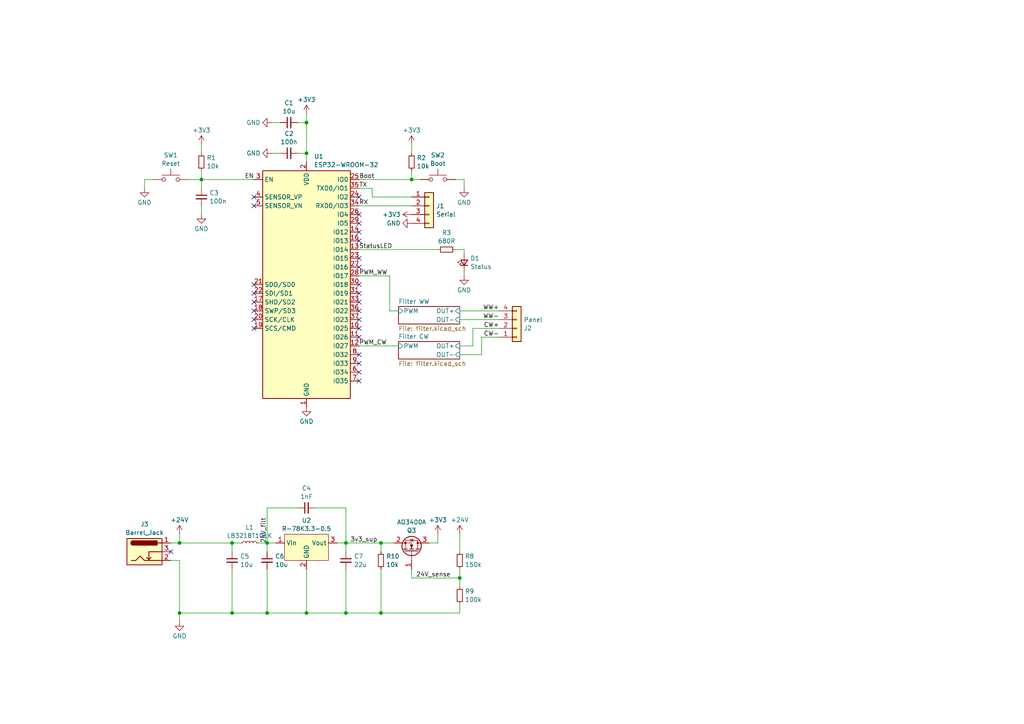
<source format=kicad_sch>
(kicad_sch (version 20230121) (generator eeschema)
  (paper "A4")
  (lib_symbols
    (symbol "Connector:Barrel_Jack_Switch" (pin_names hide)
      (property "Reference" "J" (at 0 5.334 0))
      (property "Value" "Barrel_Jack_Switch" (at 0 -5.08 0))
      (symbol "Barrel_Jack_Switch_0_1"
        (rectangle (start -5.08 3.81) (end 5.08 -3.81) (stroke (width 0.254)) (fill (type background)))
        (arc (start -3.302 3.175) (mid -3.9343 2.54) (end -3.302 1.905) (stroke (width 0.254)))
        (arc (start -3.302 3.175) (mid -3.9343 2.54) (end -3.302 1.905) (stroke (width 0.254)) (fill (type outline)))
        (polyline (pts (xy 1.27 -2.286) (xy 1.905 -1.651)) (stroke (width 0.254)))
        (polyline (pts (xy 5.08 2.54) (xy 3.81 2.54)) (stroke (width 0.254)))
        (polyline (pts (xy 5.08 0) (xy 1.27 0) (xy 1.27 -2.286) (xy 0.635 -1.651)) (stroke (width 0.254)))
        (polyline (pts (xy -3.81 -2.54) (xy -2.54 -2.54) (xy -1.27 -1.27) (xy 0 -2.54) (xy 2.54 -2.54) (xy 5.08 -2.54)) (stroke (width 0.254)))
        (rectangle (start 3.683 3.175) (end -3.302 1.905) (stroke (width 0.254)) (fill (type outline)))
      )
      (symbol "Barrel_Jack_Switch_1_1"
        (pin passive line (at 7.62 2.54 180) (length 2.54) (name "~") (number "1"))
        (pin passive line (at 7.62 -2.54 180) (length 2.54) (name "~") (number "2"))
        (pin passive line (at 7.62 0 180) (length 2.54) (name "~") (number "3"))
      )
    )
    (symbol "Connector_Generic:Conn_01x04" (pin_names (offset 1.016) hide)
      (property "Reference" "J" (at 0 5.08 0))
      (property "Value" "Conn_01x04" (at 0 -7.62 0))
      (symbol "Conn_01x04_1_1"
        (rectangle (start -1.27 -4.953) (end 0 -5.207) (stroke (width 0.1524)))
        (rectangle (start -1.27 -2.413) (end 0 -2.667) (stroke (width 0.1524)))
        (rectangle (start -1.27 0.127) (end 0 -0.127) (stroke (width 0.1524)))
        (rectangle (start -1.27 2.667) (end 0 2.413) (stroke (width 0.1524)))
        (rectangle (start -1.27 3.81) (end 1.27 -6.35) (stroke (width 0.254)) (fill (type background)))
        (pin passive line (at -5.08 2.54 0) (length 3.81) (name "Pin_1") (number "1"))
        (pin passive line (at -5.08 0 0) (length 3.81) (name "Pin_2") (number "2"))
        (pin passive line (at -5.08 -2.54 0) (length 3.81) (name "Pin_3") (number "3"))
        (pin passive line (at -5.08 -5.08 0) (length 3.81) (name "Pin_4") (number "4"))
      )
    )
    (symbol "Device:C_Small" (pin_numbers hide) (pin_names (offset 0.254) hide)
      (property "Reference" "C" (at 0.254 1.778 0))
      (property "Value" "C_Small" (at 0.254 -2.032 0))
      (symbol "C_Small_0_1"
        (polyline (pts (xy -1.524 -0.508) (xy 1.524 -0.508)) (stroke (width 0.3302)))
        (polyline (pts (xy -1.524 0.508) (xy 1.524 0.508)) (stroke (width 0.3048)))
      )
      (symbol "C_Small_1_1"
        (pin passive line (at 0 2.54 270) (length 2.032) (name "~") (number "1"))
        (pin passive line (at 0 -2.54 90) (length 2.032) (name "~") (number "2"))
      )
    )
    (symbol "Device:LED_Small" (pin_numbers hide) (pin_names (offset 0.254) hide)
      (property "Reference" "D" (at -1.27 3.175 0))
      (property "Value" "LED_Small" (at -4.445 -2.54 0))
      (symbol "LED_Small_0_1"
        (polyline (pts (xy -0.762 -1.016) (xy -0.762 1.016)) (stroke (width 0.254)))
        (polyline (pts (xy 1.016 0) (xy -0.762 0)))
        (polyline (pts (xy 0.762 -1.016) (xy -0.762 0) (xy 0.762 1.016) (xy 0.762 -1.016)) (stroke (width 0.254)))
        (polyline (pts (xy 0 0.762) (xy -0.508 1.27) (xy -0.254 1.27) (xy -0.508 1.27) (xy -0.508 1.016)))
        (polyline (pts (xy 0.508 1.27) (xy 0 1.778) (xy 0.254 1.778) (xy 0 1.778) (xy 0 1.524)))
      )
      (symbol "LED_Small_1_1"
        (pin passive line (at -2.54 0 0) (length 1.778) (name "K") (number "1"))
        (pin passive line (at 2.54 0 180) (length 1.778) (name "A") (number "2"))
      )
    )
    (symbol "Device:L_Small" (pin_numbers hide) (pin_names (offset 0.254) hide)
      (property "Reference" "L" (at 0.762 1.016 0))
      (property "Value" "L_Small" (at 0.762 -1.016 0))
      (symbol "L_Small_0_1"
        (arc (start 0 -2.032) (mid 0.5058 -1.524) (end 0 -1.016))
        (arc (start 0 -1.016) (mid 0.5058 -0.508) (end 0 0))
        (arc (start 0 0) (mid 0.5058 0.508) (end 0 1.016))
        (arc (start 0 1.016) (mid 0.5058 1.524) (end 0 2.032))
      )
      (symbol "L_Small_1_1"
        (pin passive line (at 0 2.54 270) (length 0.508) (name "~") (number "1"))
        (pin passive line (at 0 -2.54 90) (length 0.508) (name "~") (number "2"))
      )
    )
    (symbol "Device:R_Small" (pin_numbers hide) (pin_names (offset 0.254) hide)
      (property "Reference" "R" (at 0.762 0.508 0))
      (property "Value" "R_Small" (at 0.762 -1.016 0))
      (symbol "R_Small_0_1"
        (rectangle (start -0.762 1.778) (end 0.762 -1.778) (stroke (width 0.2032)))
      )
      (symbol "R_Small_1_1"
        (pin passive line (at 0 2.54 270) (length 0.762) (name "~") (number "1"))
        (pin passive line (at 0 -2.54 90) (length 0.762) (name "~") (number "2"))
      )
    )
    (symbol "My_Symbols:LME78"
      (property "Reference" "U" (at 0 0 0))
      (property "Value" "LME78_05-1.0" (at 0 0 0))
      (symbol "LME78_1_1"
        (rectangle (start -6.35 -1.27) (end 6.35 -8.89) (fill (type background)))
        (pin power_in line (at -8.89 -3.81 0) (length 2.54) (name "Vin") (number "1"))
        (pin power_in line (at 0 -11.43 90) (length 2.54) (name "GND") (number "2"))
        (pin power_out line (at 8.89 -3.81 180) (length 2.54) (name "Vout") (number "3"))
      )
    )
    (symbol "RF_Module:ESP32-WROOM-32"
      (property "Reference" "U" (at -12.7 34.29 0))
      (property "Value" "ESP32-WROOM-32" (at 1.27 34.29 0))
      (symbol "ESP32-WROOM-32_0_1"
        (rectangle (start -12.7 33.02) (end 12.7 -33.02) (stroke (width 0.254)) (fill (type background)))
      )
      (symbol "ESP32-WROOM-32_1_1"
        (pin power_in line (at 0 -35.56 90) (length 2.54) (name "GND") (number "1"))
        (pin bidirectional line (at 15.24 -12.7 180) (length 2.54) (name "IO25") (number "10"))
        (pin bidirectional line (at 15.24 -15.24 180) (length 2.54) (name "IO26") (number "11"))
        (pin bidirectional line (at 15.24 -17.78 180) (length 2.54) (name "IO27") (number "12"))
        (pin bidirectional line (at 15.24 10.16 180) (length 2.54) (name "IO14") (number "13"))
        (pin bidirectional line (at 15.24 15.24 180) (length 2.54) (name "IO12") (number "14"))
        (pin passive line (at 0 -35.56 90) (length 2.54) hide (name "GND") (number "15"))
        (pin bidirectional line (at 15.24 12.7 180) (length 2.54) (name "IO13") (number "16"))
        (pin bidirectional line (at -15.24 -5.08 0) (length 2.54) (name "SHD/SD2") (number "17"))
        (pin bidirectional line (at -15.24 -7.62 0) (length 2.54) (name "SWP/SD3") (number "18"))
        (pin bidirectional line (at -15.24 -12.7 0) (length 2.54) (name "SCS/CMD") (number "19"))
        (pin power_in line (at 0 35.56 270) (length 2.54) (name "VDD") (number "2"))
        (pin bidirectional line (at -15.24 -10.16 0) (length 2.54) (name "SCK/CLK") (number "20"))
        (pin bidirectional line (at -15.24 0 0) (length 2.54) (name "SDO/SD0") (number "21"))
        (pin bidirectional line (at -15.24 -2.54 0) (length 2.54) (name "SDI/SD1") (number "22"))
        (pin bidirectional line (at 15.24 7.62 180) (length 2.54) (name "IO15") (number "23"))
        (pin bidirectional line (at 15.24 25.4 180) (length 2.54) (name "IO2") (number "24"))
        (pin bidirectional line (at 15.24 30.48 180) (length 2.54) (name "IO0") (number "25"))
        (pin bidirectional line (at 15.24 20.32 180) (length 2.54) (name "IO4") (number "26"))
        (pin bidirectional line (at 15.24 5.08 180) (length 2.54) (name "IO16") (number "27"))
        (pin bidirectional line (at 15.24 2.54 180) (length 2.54) (name "IO17") (number "28"))
        (pin bidirectional line (at 15.24 17.78 180) (length 2.54) (name "IO5") (number "29"))
        (pin input line (at -15.24 30.48 0) (length 2.54) (name "EN") (number "3"))
        (pin bidirectional line (at 15.24 0 180) (length 2.54) (name "IO18") (number "30"))
        (pin bidirectional line (at 15.24 -2.54 180) (length 2.54) (name "IO19") (number "31"))
        (pin no_connect line (at -12.7 -27.94 0) (length 2.54) hide (name "NC") (number "32"))
        (pin bidirectional line (at 15.24 -5.08 180) (length 2.54) (name "IO21") (number "33"))
        (pin bidirectional line (at 15.24 22.86 180) (length 2.54) (name "RXD0/IO3") (number "34"))
        (pin bidirectional line (at 15.24 27.94 180) (length 2.54) (name "TXD0/IO1") (number "35"))
        (pin bidirectional line (at 15.24 -7.62 180) (length 2.54) (name "IO22") (number "36"))
        (pin bidirectional line (at 15.24 -10.16 180) (length 2.54) (name "IO23") (number "37"))
        (pin passive line (at 0 -35.56 90) (length 2.54) hide (name "GND") (number "38"))
        (pin passive line (at 0 -35.56 90) (length 2.54) hide (name "GND") (number "39"))
        (pin input line (at -15.24 25.4 0) (length 2.54) (name "SENSOR_VP") (number "4"))
        (pin input line (at -15.24 22.86 0) (length 2.54) (name "SENSOR_VN") (number "5"))
        (pin input line (at 15.24 -25.4 180) (length 2.54) (name "IO34") (number "6"))
        (pin input line (at 15.24 -27.94 180) (length 2.54) (name "IO35") (number "7"))
        (pin bidirectional line (at 15.24 -20.32 180) (length 2.54) (name "IO32") (number "8"))
        (pin bidirectional line (at 15.24 -22.86 180) (length 2.54) (name "IO33") (number "9"))
      )
    )
    (symbol "Switch:SW_Push" (pin_numbers hide) (pin_names (offset 1.016) hide)
      (property "Reference" "SW" (at 1.27 2.54 0))
      (property "Value" "SW_Push" (at 0 -1.524 0))
      (symbol "SW_Push_0_1"
        (circle (center -2.032 0) (radius 0.508))
        (polyline (pts (xy 0 1.27) (xy 0 3.048)))
        (polyline (pts (xy 2.54 1.27) (xy -2.54 1.27)))
        (circle (center 2.032 0) (radius 0.508))
        (pin passive line (at -5.08 0 0) (length 2.54) (name "1") (number "1"))
        (pin passive line (at 5.08 0 180) (length 2.54) (name "2") (number "2"))
      )
    )
    (symbol "Transistor_FET:AO3400A" (pin_names hide)
      (property "Reference" "Q" (at 5.08 1.905 0))
      (property "Value" "AO3400A" (at 5.08 0 0))
      (symbol "AO3400A_0_1"
        (polyline (pts (xy 0.254 0) (xy -2.54 0)))
        (polyline (pts (xy 0.254 1.905) (xy 0.254 -1.905)) (stroke (width 0.254)))
        (polyline (pts (xy 0.762 -1.27) (xy 0.762 -2.286)) (stroke (width 0.254)))
        (polyline (pts (xy 0.762 0.508) (xy 0.762 -0.508)) (stroke (width 0.254)))
        (polyline (pts (xy 0.762 2.286) (xy 0.762 1.27)) (stroke (width 0.254)))
        (polyline (pts (xy 2.54 2.54) (xy 2.54 1.778)))
        (polyline (pts (xy 2.54 -2.54) (xy 2.54 0) (xy 0.762 0)))
        (polyline (pts (xy 0.762 -1.778) (xy 3.302 -1.778) (xy 3.302 1.778) (xy 0.762 1.778)))
        (polyline (pts (xy 1.016 0) (xy 2.032 0.381) (xy 2.032 -0.381) (xy 1.016 0)) (fill (type outline)))
        (polyline (pts (xy 2.794 0.508) (xy 2.921 0.381) (xy 3.683 0.381) (xy 3.81 0.254)))
        (polyline (pts (xy 3.302 0.381) (xy 2.921 -0.254) (xy 3.683 -0.254) (xy 3.302 0.381)))
        (circle (center 1.651 0) (radius 2.794) (stroke (width 0.254)))
        (circle (center 2.54 -1.778) (radius 0.254) (fill (type outline)))
        (circle (center 2.54 1.778) (radius 0.254) (fill (type outline)))
      )
      (symbol "AO3400A_1_1"
        (pin input line (at -5.08 0 0) (length 2.54) (name "G") (number "1"))
        (pin passive line (at 2.54 -5.08 90) (length 2.54) (name "S") (number "2"))
        (pin passive line (at 2.54 5.08 270) (length 2.54) (name "D") (number "3"))
      )
    )
    (symbol "power:+24V" (power) (pin_names (offset 0))
      (property "Value" "+24V" (at 0 3.556 0))
      (symbol "+24V_0_1"
        (polyline (pts (xy -0.762 1.27) (xy 0 2.54)))
        (polyline (pts (xy 0 0) (xy 0 2.54)))
        (polyline (pts (xy 0 2.54) (xy 0.762 1.27)))
      )
      (symbol "+24V_1_1"
        (pin power_in line (at 0 0 90) (length 0) hide (name "+24V") (number "1"))
      )
    )
    (symbol "power:+3V3" (power) (pin_names (offset 0))
      (property "Value" "+3V3" (at 0 3.556 0))
      (symbol "+3V3_0_1"
        (polyline (pts (xy -0.762 1.27) (xy 0 2.54)))
        (polyline (pts (xy 0 0) (xy 0 2.54)))
        (polyline (pts (xy 0 2.54) (xy 0.762 1.27)))
      )
      (symbol "+3V3_1_1"
        (pin power_in line (at 0 0 90) (length 0) hide (name "+3V3") (number "1"))
      )
    )
    (symbol "power:GND" (power) (pin_names (offset 0))
      (property "Value" "GND" (at 0 -3.81 0))
      (symbol "GND_0_1"
        (polyline (pts (xy 0 0) (xy 0 -1.27) (xy 1.27 -1.27) (xy 0 -2.54) (xy -1.27 -1.27) (xy 0 -1.27)))
      )
      (symbol "GND_1_1"
        (pin power_in line (at 0 0 270) (length 0) hide (name "GND") (number "1"))
      )
    )
    (symbol "power:PWR_FLAG" (power) (pin_numbers hide) (pin_names (offset 0) hide)
      (property "Value" "PWR_FLAG" (at 0 3.81 0))
      (symbol "PWR_FLAG_0_0"
        (pin power_out line (at 0 0 90) (length 0) (name "pwr") (number "1"))
      )
      (symbol "PWR_FLAG_0_1"
        (polyline (pts (xy 0 0) (xy 0 1.27) (xy -1.016 1.905) (xy 0 2.54) (xy 1.016 1.905) (xy 0 1.27)))
      )
    )
  )
  (junction (at 100.33 177.8))
  (junction (at 52.07 157.48))
  (junction (at 119.38 52.07))
  (junction (at 77.47 177.8))
  (junction (at 52.07 177.8))
  (junction (at 110.49 177.8))
  (junction (at 67.31 157.48))
  (junction (at 133.35 167.64))
  (junction (at 67.31 177.8))
  (junction (at 58.42 52.07))
  (junction (at 77.47 157.48))
  (junction (at 110.49 157.48))
  (junction (at 100.33 157.48))
  (junction (at 88.9 44.45))
  (junction (at 88.9 177.8))
  (junction (at 88.9 35.56))
  (no_connect (at 104.14 74.93))
  (no_connect (at 104.14 102.87))
  (no_connect (at 73.66 57.15))
  (no_connect (at 104.14 97.79))
  (no_connect (at 104.14 95.25))
  (no_connect (at 104.14 92.71))
  (no_connect (at 104.14 110.49))
  (no_connect (at 104.14 87.63))
  (no_connect (at 104.14 69.85))
  (no_connect (at 104.14 77.47))
  (no_connect (at 73.66 95.25))
  (no_connect (at 104.14 62.23))
  (no_connect (at 104.14 67.31))
  (no_connect (at 104.14 57.15))
  (no_connect (at 104.14 64.77))
  (no_connect (at 73.66 87.63))
  (no_connect (at 49.53 160.02))
  (no_connect (at 73.66 92.71))
  (no_connect (at 73.66 85.09))
  (no_connect (at 104.14 107.95))
  (no_connect (at 73.66 90.17))
  (no_connect (at 104.14 82.55))
  (no_connect (at 73.66 59.69))
  (no_connect (at 104.14 85.09))
  (no_connect (at 104.14 105.41))
  (no_connect (at 73.66 82.55))
  (no_connect (at 104.14 90.17))
  (wire (pts (xy 133.35 90.17) (xy 144.78 90.17)))
  (wire (pts (xy 77.47 177.8) (xy 88.9 177.8)))
  (wire (pts (xy 86.36 44.45) (xy 88.9 44.45)))
  (wire (pts (xy 107.95 57.15) (xy 119.38 57.15)))
  (wire (pts (xy 52.07 154.94) (xy 52.07 157.48)))
  (wire (pts (xy 113.03 90.17) (xy 115.57 90.17)))
  (wire (pts (xy 139.7 102.87) (xy 139.7 97.79)))
  (wire (pts (xy 67.31 157.48) (xy 52.07 157.48)))
  (wire (pts (xy 119.38 41.91) (xy 119.38 44.45)))
  (wire (pts (xy 41.91 52.07) (xy 44.45 52.07)))
  (wire (pts (xy 110.49 157.48) (xy 114.3 157.48)))
  (wire (pts (xy 104.14 52.07) (xy 119.38 52.07)))
  (wire (pts (xy 86.36 35.56) (xy 88.9 35.56)))
  (wire (pts (xy 88.9 177.8) (xy 100.33 177.8)))
  (wire (pts (xy 67.31 160.02) (xy 67.31 157.48)))
  (wire (pts (xy 52.07 162.56) (xy 52.07 177.8)))
  (wire (pts (xy 77.47 147.32) (xy 86.36 147.32)))
  (wire (pts (xy 88.9 165.1) (xy 88.9 177.8)))
  (wire (pts (xy 100.33 157.48) (xy 110.49 157.48)))
  (wire (pts (xy 77.47 157.48) (xy 80.01 157.48)))
  (wire (pts (xy 113.03 80.01) (xy 113.03 90.17)))
  (wire (pts (xy 124.46 157.48) (xy 127 157.48)))
  (wire (pts (xy 119.38 165.1) (xy 119.38 167.64)))
  (wire (pts (xy 78.74 44.45) (xy 81.28 44.45)))
  (wire (pts (xy 88.9 44.45) (xy 88.9 46.99)))
  (wire (pts (xy 127 154.94) (xy 127 157.48)))
  (wire (pts (xy 104.14 72.39) (xy 127 72.39)))
  (wire (pts (xy 137.16 95.25) (xy 144.78 95.25)))
  (wire (pts (xy 88.9 35.56) (xy 88.9 44.45)))
  (wire (pts (xy 104.14 80.01) (xy 113.03 80.01)))
  (wire (pts (xy 133.35 100.33) (xy 137.16 100.33)))
  (wire (pts (xy 77.47 165.1) (xy 77.47 177.8)))
  (wire (pts (xy 119.38 52.07) (xy 121.92 52.07)))
  (wire (pts (xy 49.53 162.56) (xy 52.07 162.56)))
  (wire (pts (xy 88.9 33.02) (xy 88.9 35.56)))
  (wire (pts (xy 91.44 147.32) (xy 100.33 147.32)))
  (wire (pts (xy 134.62 73.66) (xy 134.62 72.39)))
  (wire (pts (xy 133.35 102.87) (xy 139.7 102.87)))
  (wire (pts (xy 52.07 177.8) (xy 52.07 180.34)))
  (wire (pts (xy 133.35 175.26) (xy 133.35 177.8)))
  (wire (pts (xy 54.61 52.07) (xy 58.42 52.07)))
  (wire (pts (xy 107.95 57.15) (xy 107.95 54.61)))
  (wire (pts (xy 77.47 157.48) (xy 77.47 160.02)))
  (wire (pts (xy 134.62 52.07) (xy 132.08 52.07)))
  (wire (pts (xy 58.42 41.91) (xy 58.42 44.45)))
  (wire (pts (xy 100.33 157.48) (xy 97.79 157.48)))
  (wire (pts (xy 78.74 35.56) (xy 81.28 35.56)))
  (wire (pts (xy 104.14 59.69) (xy 119.38 59.69)))
  (wire (pts (xy 52.07 177.8) (xy 67.31 177.8)))
  (wire (pts (xy 134.62 72.39) (xy 132.08 72.39)))
  (wire (pts (xy 133.35 92.71) (xy 144.78 92.71)))
  (wire (pts (xy 58.42 52.07) (xy 58.42 49.53)))
  (wire (pts (xy 73.66 52.07) (xy 58.42 52.07)))
  (wire (pts (xy 100.33 165.1) (xy 100.33 177.8)))
  (wire (pts (xy 139.7 97.79) (xy 144.78 97.79)))
  (wire (pts (xy 119.38 49.53) (xy 119.38 52.07)))
  (wire (pts (xy 100.33 160.02) (xy 100.33 157.48)))
  (wire (pts (xy 74.93 157.48) (xy 77.47 157.48)))
  (wire (pts (xy 67.31 165.1) (xy 67.31 177.8)))
  (wire (pts (xy 67.31 177.8) (xy 77.47 177.8)))
  (wire (pts (xy 134.62 54.61) (xy 134.62 52.07)))
  (wire (pts (xy 119.38 167.64) (xy 133.35 167.64)))
  (wire (pts (xy 52.07 157.48) (xy 49.53 157.48)))
  (wire (pts (xy 104.14 100.33) (xy 115.57 100.33)))
  (wire (pts (xy 110.49 165.1) (xy 110.49 177.8)))
  (wire (pts (xy 134.62 78.74) (xy 134.62 80.01)))
  (wire (pts (xy 133.35 167.64) (xy 133.35 170.18)))
  (wire (pts (xy 107.95 54.61) (xy 104.14 54.61)))
  (wire (pts (xy 58.42 52.07) (xy 58.42 54.61)))
  (wire (pts (xy 133.35 154.94) (xy 133.35 160.02)))
  (wire (pts (xy 110.49 157.48) (xy 110.49 160.02)))
  (wire (pts (xy 100.33 157.48) (xy 100.33 147.32)))
  (wire (pts (xy 77.47 147.32) (xy 77.47 157.48)))
  (wire (pts (xy 110.49 177.8) (xy 133.35 177.8)))
  (wire (pts (xy 133.35 167.64) (xy 133.35 165.1)))
  (wire (pts (xy 58.42 59.69) (xy 58.42 62.23)))
  (wire (pts (xy 137.16 100.33) (xy 137.16 95.25)))
  (wire (pts (xy 100.33 177.8) (xy 110.49 177.8)))
  (wire (pts (xy 67.31 157.48) (xy 69.85 157.48)))
  (wire (pts (xy 41.91 54.61) (xy 41.91 52.07)))
  (label "3v3_sup" (at 101.6 157.48 0))
  (label "CW-" (at 144.78 97.79 180))
  (label "CW+" (at 144.78 95.25 180))
  (label "WW-" (at 144.78 92.71 180))
  (label "RX" (at 104.14 59.69 0))
  (label "EN" (at 73.66 52.07 180))
  (label "24V_filt" (at -24.13 173.99 90))
  (label "PWM_WW" (at 104.14 80.01 0))
  (label "StatusLED" (at 104.14 72.39 0))
  (label "PWM_CW" (at 104.14 100.33 0))
  (label "WW+" (at 144.78 90.17 180))
  (label "24V_sense" (at 120.65 167.64 0))
  (label "24V_filt" (at 77.47 157.48 90))
  (label "Boot" (at 104.14 52.07 0))
  (label "TX" (at 104.14 54.61 0))
  (symbol (lib_id "Connector:Barrel_Jack_Switch") (at 41.91 160.02 0) (unit 1)
    (property "Reference" "J3" (at 41.91 152.0657 0))
    (property "Value" "Barrel_Jack" (at 41.91 154.4899 0))
    (property "Footprint" "Connector_BarrelJack:BarrelJack_Horizontal" (effects hide))
  )
  (symbol (lib_id "power:+3V3") (at 88.9 33.02 0) (unit 1)
    (property "Reference" "#PWR01" (effects hide))
    (property "Value" "+3V3" (at 88.9 28.8869 0))
  )
  (symbol (lib_id "Device:R_Small") (at 58.42 46.99 0) (unit 1)
    (property "Reference" "R1" (at 59.9186 45.7779 0) (effects (justify left)))
    (property "Value" "10k" (at 59.9186 48.2021 0) (effects (justify left)))
    (property "Footprint" "Resistor_SMD:R_0402_1005Metric" (effects hide))
    (property "LCSC" "C25744" (effects hide))
  )
  (symbol (lib_id "power:GND") (at 134.62 80.01 0) (unit 1)
    (property "Reference" "#PWR011" (effects hide))
    (property "Value" "GND" (at 134.62 84.1431 0))
  )
  (symbol (lib_id "power:GND") (at 119.38 64.77 270) (unit 1)
    (property "Reference" "#PWR010" (effects hide))
    (property "Value" "GND" (at 116.2051 64.77 90) (effects (justify right)))
  )
  (symbol (lib_id "Connector_Generic:Conn_01x04") (at 149.86 95.25 0) (mirror x) (unit 1)
    (property "Reference" "J2" (at 151.892 95.1921 0) (effects (justify left)))
    (property "Value" "Panel" (at 151.892 92.7679 0) (effects (justify left)))
    (property "Footprint" "Connector_JST:JST_VH_B4PS-VH_1x04_P3.96mm_Horizontal" (effects hide))
  )
  (symbol (lib_id "Device:C_Small") (at 58.42 57.15 0) (unit 1)
    (property "Reference" "C3" (at 60.7441 55.9442 0) (effects (justify left)))
    (property "Value" "100n" (at 60.7441 58.3684 0) (effects (justify left)))
    (property "Footprint" "Capacitor_SMD:C_0402_1005Metric" (effects hide))
    (property "LCSC" "C307331" (effects hide))
  )
  (symbol (lib_id "power:+3V3") (at 119.38 41.91 0) (unit 1)
    (property "Reference" "#PWR04" (effects hide))
    (property "Value" "+3V3" (at 119.38 37.7769 0))
  )
  (symbol (lib_id "power:GND") (at 41.91 54.61 0) (unit 1)
    (property "Reference" "#PWR06" (effects hide))
    (property "Value" "GND" (at 41.91 58.7431 0))
  )
  (symbol (lib_id "Connector_Generic:Conn_01x04") (at 124.46 59.69 0) (unit 1)
    (property "Reference" "J1" (at 126.492 59.7479 0) (effects (justify left)))
    (property "Value" "Serial" (at 126.492 62.1721 0) (effects (justify left)))
    (property "Footprint" "Connector_PinSocket_2.54mm:PinSocket_1x04_P2.54mm_Vertical" (effects hide))
  )
  (symbol (lib_id "power:+3V3") (at -17.78 173.99 0) (unit 1)
    (property "Reference" "#PWR016" (effects hide))
    (property "Value" "+3V3" (at -17.78 169.8569 0))
  )
  (symbol (lib_id "RF_Module:ESP32-WROOM-32") (at 88.9 82.55 0) (unit 1)
    (property "Reference" "U1" (at 91.0941 45.3857 0) (effects (justify left)))
    (property "Value" "ESP32-WROOM-32" (at 91.0941 47.8099 0) (effects (justify left)))
    (property "Footprint" "RF_Module:ESP32-WROOM-32" (effects hide))
    (property "Datasheet" "https://www.espressif.com/sites/default/files/documentation/esp32-wroom-32_datasheet_en.pdf" (effects hide))
  )
  (symbol (lib_id "Switch:SW_Push") (at 49.53 52.07 0) (unit 1)
    (property "Reference" "SW1" (at 49.53 45.0047 0))
    (property "Value" "Reset" (at 49.53 47.4289 0))
    (property "Footprint" "Button_Switch_SMD:SW_Push_1P1T_XKB_TS-1187A" (effects hide))
    (property "LCSC" "C318884" (effects hide))
  )
  (symbol (lib_id "Device:C_Small") (at 88.9 147.32 90) (unit 1)
    (property "Reference" "C4" (at 88.9063 141.6136 90))
    (property "Value" "1nF" (at 88.9063 144.0378 90))
    (property "Footprint" "Capacitor_SMD:C_0402_1005Metric" (effects hide))
    (property "LCSC" "C1523" (effects hide))
  )
  (symbol (lib_id "power:+3V3") (at 119.38 62.23 90) (unit 1)
    (property "Reference" "#PWR09" (effects hide))
    (property "Value" "+3V3" (at 116.205 62.23 90) (effects (justify left)))
  )
  (symbol (lib_id "power:GND") (at 58.42 62.23 0) (unit 1)
    (property "Reference" "#PWR08" (effects hide))
    (property "Value" "GND" (at 58.42 66.3631 0))
  )
  (symbol (lib_id "power:+24V") (at -30.48 173.99 0) (unit 1)
    (property "Reference" "#PWR015" (effects hide))
    (property "Value" "+24V" (at -30.48 169.8569 0))
  )
  (symbol (lib_id "Device:C_Small") (at 67.31 162.56 0) (unit 1)
    (property "Reference" "C5" (at 69.6341 161.3542 0) (effects (justify left)))
    (property "Value" "10u" (at 69.6341 163.7784 0) (effects (justify left)))
    (property "Footprint" "Capacitor_SMD:C_1206_3216Metric" (effects hide))
    (property "LCSC" "C13585" (effects hide))
  )
  (symbol (lib_id "My_Symbols:LME78") (at 88.9 153.67 0) (unit 1)
    (property "Reference" "U2" (at 88.9 150.9227 0))
    (property "Value" "R-78K3.3-0.5" (at 88.9 153.3469 0))
    (property "Footprint" "My_Footprints:LME78_1.0-Series" (effects hide))
    (property "Datasheet" "https://www.mouser.de/datasheet/2/468/R_78K_0_5-3105351.pdf" (effects hide))
  )
  (symbol (lib_id "Device:R_Small") (at 133.35 162.56 0) (unit 1)
    (property "Reference" "R8" (at 134.8486 161.3479 0) (effects (justify left)))
    (property "Value" "150k" (at 134.8486 163.7721 0) (effects (justify left)))
    (property "Footprint" "Resistor_SMD:R_0402_1005Metric" (effects hide))
    (property "LCSC" "C25755" (effects hide))
  )
  (symbol (lib_id "Device:C_Small") (at 83.82 35.56 90) (unit 1)
    (property "Reference" "C1" (at 83.8263 29.8536 90))
    (property "Value" "10u" (at 83.8263 32.2778 90))
    (property "Footprint" "Capacitor_SMD:C_0402_1005Metric" (effects hide))
    (property "LCSC" "C15525" (effects hide))
  )
  (symbol (lib_id "Device:R_Small") (at 129.54 72.39 90) (unit 1)
    (property "Reference" "R3" (at 129.54 67.5091 90))
    (property "Value" "680R" (at 129.54 69.9333 90))
    (property "Footprint" "Resistor_SMD:R_0402_1005Metric" (effects hide))
    (property "LCSC" "C25130" (effects hide))
  )
  (symbol (lib_id "Device:C_Small") (at 77.47 162.56 0) (unit 1)
    (property "Reference" "C6" (at 79.7941 161.3542 0) (effects (justify left)))
    (property "Value" "10u" (at 79.7941 163.7784 0) (effects (justify left)))
    (property "Footprint" "Capacitor_SMD:C_1206_3216Metric" (effects hide))
    (property "LCSC" "C13585" (effects hide))
  )
  (symbol (lib_id "power:PWR_FLAG") (at -24.13 173.99 180) (unit 1)
    (property "Reference" "#FLG02" (effects hide))
    (property "Value" "PWR_FLAG" (at -24.13 178.1231 0))
  )
  (symbol (lib_id "power:+3V3") (at 127 154.94 0) (unit 1)
    (property "Reference" "#PWR014" (effects hide))
    (property "Value" "+3V3" (at 127 150.8069 0))
  )
  (symbol (lib_id "Device:R_Small") (at 110.49 162.56 0) (unit 1)
    (property "Reference" "R10" (at 111.9886 161.3479 0) (effects (justify left)))
    (property "Value" "10k" (at 111.9886 163.7721 0) (effects (justify left)))
    (property "Footprint" "Resistor_SMD:R_0402_1005Metric" (effects hide))
    (property "LCSC" "C25744" (effects hide))
  )
  (symbol (lib_id "power:GND") (at 88.9 118.11 0) (unit 1)
    (property "Reference" "#PWR012" (effects hide))
    (property "Value" "GND" (at 88.9 122.2431 0))
  )
  (symbol (lib_id "Device:R_Small") (at 119.38 46.99 0) (unit 1)
    (property "Reference" "R2" (at 120.8786 45.7779 0) (effects (justify left)))
    (property "Value" "10k" (at 120.8786 48.2021 0) (effects (justify left)))
    (property "Footprint" "Resistor_SMD:R_0402_1005Metric" (effects hide))
    (property "LCSC" "C25744" (effects hide))
  )
  (symbol (lib_id "power:PWR_FLAG") (at -17.78 173.99 180) (unit 1)
    (property "Reference" "#FLG03" (effects hide))
    (property "Value" "PWR_FLAG" (at -17.78 178.1231 0))
  )
  (symbol (lib_id "Device:C_Small") (at 100.33 162.56 0) (unit 1)
    (property "Reference" "C7" (at 102.6541 161.3542 0) (effects (justify left)))
    (property "Value" "22u" (at 102.6541 163.7784 0) (effects (justify left)))
    (property "Footprint" "Capacitor_SMD:C_1206_3216Metric" (effects hide))
    (property "LCSC" "C12891" (effects hide))
  )
  (symbol (lib_id "Device:L_Small") (at 72.39 157.48 90) (unit 1)
    (property "Reference" "L1" (at 72.39 152.9569 90))
    (property "Value" "LB3218T101K" (at 72.39 155.3811 90))
    (property "Footprint" "Inductor_SMD:L_1206_3216Metric_Pad1.22x1.90mm_HandSolder" (effects hide))
  )
  (symbol (lib_id "power:+24V") (at 133.35 154.94 0) (unit 1)
    (property "Reference" "#PWR025" (effects hide))
    (property "Value" "+24V" (at 133.35 150.8069 0))
  )
  (symbol (lib_id "power:GND") (at 78.74 44.45 270) (unit 1)
    (property "Reference" "#PWR05" (effects hide))
    (property "Value" "GND" (at 75.5651 44.45 90) (effects (justify right)))
  )
  (symbol (lib_id "power:GND") (at 134.62 54.61 0) (unit 1)
    (property "Reference" "#PWR07" (effects hide))
    (property "Value" "GND" (at 134.62 58.7431 0))
  )
  (symbol (lib_id "Transistor_FET:AO3400A") (at 119.38 160.02 270) (mirror x) (unit 1)
    (property "Reference" "Q3" (at 119.38 153.8549 90))
    (property "Value" "AO3400A" (at 119.38 151.4307 90))
    (property "Footprint" "Package_TO_SOT_SMD:SOT-23" (effects hide))
    (property "Datasheet" "http://www.aosmd.com/pdfs/datasheet/AO3400A.pdf" (effects hide))
    (property "LCSC" "C20917" (effects hide))
  )
  (symbol (lib_id "power:GND") (at 52.07 180.34 0) (unit 1)
    (property "Reference" "#PWR026" (effects hide))
    (property "Value" "GND" (at 52.07 184.4731 0))
  )
  (symbol (lib_id "Device:R_Small") (at 133.35 172.72 0) (unit 1)
    (property "Reference" "R9" (at 134.8486 171.5079 0) (effects (justify left)))
    (property "Value" "100k" (at 134.8486 173.9321 0) (effects (justify left)))
    (property "Footprint" "Resistor_SMD:R_0402_1005Metric" (effects hide))
    (property "LCSC" "C25741" (effects hide))
  )
  (symbol (lib_id "Device:C_Small") (at 83.82 44.45 90) (unit 1)
    (property "Reference" "C2" (at 83.8263 38.7436 90))
    (property "Value" "100n" (at 83.8263 41.1678 90))
    (property "Footprint" "Capacitor_SMD:C_0402_1005Metric" (effects hide))
    (property "LCSC" "C307331" (effects hide))
  )
  (symbol (lib_id "power:GND") (at 78.74 35.56 270) (unit 1)
    (property "Reference" "#PWR02" (effects hide))
    (property "Value" "GND" (at 75.5651 35.56 90) (effects (justify right)))
  )
  (symbol (lib_id "power:+24V") (at 52.07 154.94 0) (unit 1)
    (property "Reference" "#PWR013" (effects hide))
    (property "Value" "+24V" (at 52.07 150.8069 0))
  )
  (symbol (lib_id "Switch:SW_Push") (at 127 52.07 0) (unit 1)
    (property "Reference" "SW2" (at 127 45.0047 0))
    (property "Value" "Boot" (at 127 47.4289 0))
    (property "Footprint" "Button_Switch_SMD:SW_Push_1P1T_XKB_TS-1187A" (effects hide))
    (property "LCSC" "C318884" (effects hide))
  )
  (symbol (lib_id "power:PWR_FLAG") (at -10.16 173.99 180) (unit 1)
    (property "Reference" "#FLG04" (effects hide))
    (property "Value" "PWR_FLAG" (at -10.16 178.1231 0))
  )
  (symbol (lib_id "power:+3V3") (at 58.42 41.91 0) (unit 1)
    (property "Reference" "#PWR03" (effects hide))
    (property "Value" "+3V3" (at 58.42 37.7769 0))
  )
  (symbol (lib_id "power:PWR_FLAG") (at -30.48 173.99 180) (unit 1)
    (property "Reference" "#FLG01" (effects hide))
    (property "Value" "PWR_FLAG" (at -30.48 178.1231 0))
  )
  (symbol (lib_id "power:GND") (at -10.16 173.99 180) (unit 1)
    (property "Reference" "#PWR027" (effects hide))
    (property "Value" "GND" (at -10.16 169.8569 0))
  )
  (symbol (lib_id "Device:LED_Small") (at 134.62 76.2 90) (unit 1)
    (property "Reference" "D1" (at 136.398 74.9244 90) (effects (justify right)))
    (property "Value" "Status" (at 136.398 77.3486 90) (effects (justify right)))
    (property "Footprint" "LED_SMD:LED_0603_1608Metric" (effects hide))
    (property "LCSC" "C2286" (effects hide))
  )
  (sheet (at 115.57 88.9) (size 17.78 5.08) (stroke (width 0.1524))
    (property "Sheetname" "Filter WW" (at 115.57 88.1884 0) (effects (justify left bottom)))
    (property "Sheetfile" "filter.kicad_sch" (at 115.57 94.5646 0) (effects (justify left top)))
    (pin "OUT-" input (at 133.35 92.71 0))
    (pin "OUT+" input (at 133.35 90.17 0))
    (pin "PWM" input (at 115.57 90.17 180))
  )
  (sheet (at 115.57 99.06) (size 17.78 5.08) (stroke (width 0.1524))
    (property "Sheetname" "Filter CW" (at 115.57 98.3484 0) (effects (justify left bottom)))
    (property "Sheetfile" "filter.kicad_sch" (at 115.57 104.7246 0) (effects (justify left top)))
    (pin "OUT-" input (at 133.35 102.87 0))
    (pin "OUT+" input (at 133.35 100.33 0))
    (pin "PWM" input (at 115.57 100.33 180))
  )
)
</source>
